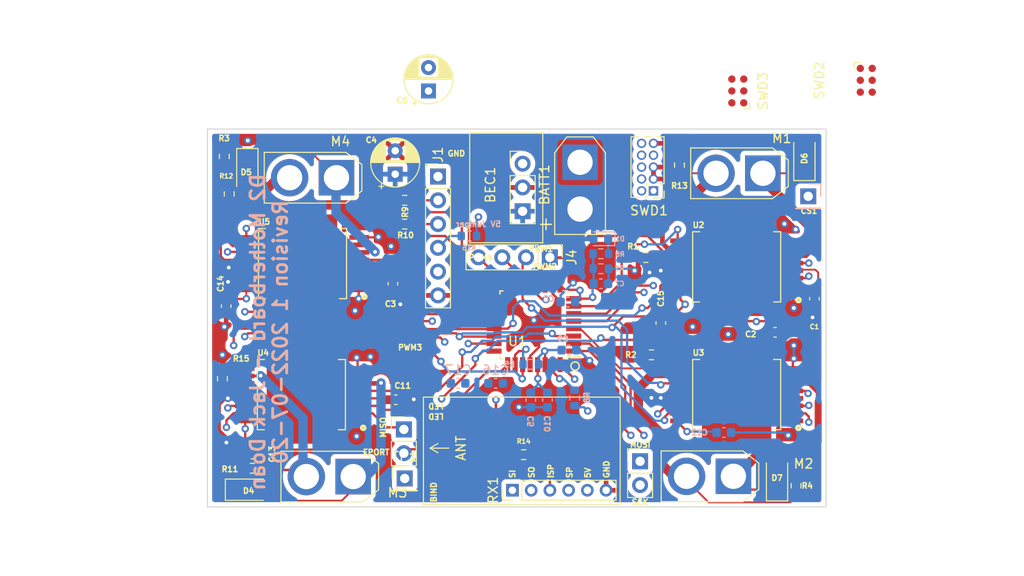
<source format=kicad_pcb>
(kicad_pcb (version 20211014) (generator pcbnew)
  (layers (0 "F.Cu" signal) (1 "In1.Cu" signal) (2 "In2.Cu" signal) (31 "B.Cu" signal) (34 "B.Paste" user) (35 "F.Paste" user) (36 "B.SilkS" user "B.Silkscreen") (37 "F.SilkS" user "F.Silkscreen") (38 "B.Mask" user) (39 "F.Mask" user) (44 "Edge.Cuts" user))
  (net 0 "")
  (net 1 "5V")
  (net 2 "BATT")
  (net 3 "GND")
  (net 5 "FTDI_RXI")
  (net 6 "FTDI_TXO")
  (net 7 "EN4")
  (net 8 "SWDIO")
  (net 9 "RX_FPORT_RX_SERCOM0")
  (net 10 "EN3")
  (net 11 "OUT1_P")
  (net 12 "OUT1_N")
  (net 13 "OUT2_P")
  (net 14 "OUT2_N")
  (net 15 "OUT3_P")
  (net 16 "OUT3_N")
  (net 17 "OUT4_P")
  (net 18 "OUT4_N")
  (net 19 "DIR1")
  (net 20 "DIR2")
  (net 21 "DIR3")
  (net 22 "DIR4")
  (net 23 "EN1")
  (net 24 "EN2")
  (net 25 "V_BATT_SENSE")
  (net 26 "RX_FPORT_TX")
  (net 27 "PWM1")
  (net 28 "PWM3")
  (net 29 "PWM4")
  (net 30 "CS4")
  (net 31 "MOSI")
  (net 32 "SCK")
  (net 33 "CS1")
  (net 34 "MISO")
  (net 35 "CS3")
  (net 36 "CS2")
  (net 37 "SWCLK")
  (net 38 "PWM2")
  (net 39 "RESET")
  (net 40 "Net-(D1-Pad1)")
  (net 42 "Net-(D4-Pad2)")
  (net 43 "Net-(D5-Pad2)")
  (net 44 "Net-(D6-Pad2)")
  (net 45 "Net-(D7-Pad2)")
  (net 52 "Net-(C10-Pad1)")
  (net 53 "FTDI_TXO_CONN")
  (net 54 "FTDI_RXI_CONN")
  (net 55 "Net-(J1-Pad4)")
  (net 56 "Net-(R14-Pad2)")
  (net 57 "/Channel1/ChargePump")
  (net 58 "/Channel2/ChargePump")
  (net 59 "/Channel4/ChargePump")
  (net 60 "/Channel3/ChargePump")
  (net 72 "/Channel1/RefCurrent")
  (net 73 "/Channel2/RefCurrent")
  (net 74 "/Channel4/RefCurrent")
  (net 75 "/Channel3/RefCurrent")
  (footprint "Connector_AMASS:AMASS_XT30U-F_1x02_P5.0mm_Vertical" (layer "F.Cu") (at 118.96 89.21 180)
    (fp_text reference "M3")
    (fp_text value "Screw_Terminal_01x02")
  )
  (footprint "PowerSO-16:IC_VND5T016ASPTR-E_wider_pads_scooted_0.05" (layer "F.Cu") (at 113.55 66.45 180)
    (fp_text reference "U5")
    (fp_text value "L9958")
  )
  (footprint "Resistor_SMD:R_0603_1608Metric" (layer "F.Cu") (at 108.2 88.32)
    (fp_text reference "R11")
    (fp_text value "1.6k 1%")
  )
  (footprint "Resistor_SMD:R_0603_1608Metric" (layer "F.Cu") (at 124.46 59.69)
    (fp_text reference "R9")
    (fp_text value "10k")
  )
  (footprint "Resistor_SMD:R_0603_1608Metric" (layer "F.Cu") (at 166.24 90.19 -90)
    (fp_text reference "R4")
    (fp_text value "1.6k 1%")
  )
  (footprint "Capacitor_SMD:C_0603_1608Metric" (layer "F.Cu") (at 164 73.8)
    (fp_text reference "C2")
    (fp_text value "0.1uF")
  )
  (footprint "Resistor_SMD:R_0603_1608Metric" (layer "F.Cu") (at 150.8 76.2 180)
    (fp_text reference "R2")
    (fp_text value "10k 1%")
  )
  (footprint "Resistor_SMD:R_0603_1608Metric" (layer "F.Cu") (at 150.2 65.8 180)
    (fp_text reference "R1")
    (fp_text value "10k 1%")
  )
  (footprint "Connector_PinHeader_2.54mm:PinHeader_1x06_P2.54mm_Vertical" (layer "F.Cu") (at 128.016 57.15)
    (fp_text reference "J1")
    (fp_text value "FTDI")
  )
  (footprint "Capacitor_SMD:C_0603_1608Metric" (layer "F.Cu") (at 105.4 71 -90)
    (fp_text reference "C14")
    (fp_text value "0.1uF")
  )
  (footprint "Resistor_SMD:R_0603_1608Metric" (layer "F.Cu") (at 153.79 55.93 -90)
    (fp_text reference "R13")
    (fp_text value "1.6k 1%")
  )
  (footprint "Resistor_SMD:R_0603_1608Metric" (layer "F.Cu") (at 105.72 59.01 -90)
    (fp_text reference "R12")
    (fp_text value "1.6k 1%")
  )
  (footprint "Connector_PinHeader_2.00mm:PinHeader_1x06_P2.00mm_Vertical" (layer "F.Cu") (at 135.96 90.67 90)
    (fp_text reference "RX1")
    (fp_text value "RX")
  )
  (footprint "Connector_PinHeader_1.27mm:PinHeader_2x05_P1.27mm_Vertical" (layer "F.Cu") (at 151.02 58.68 180)
    (fp_text reference "SWD1")
    (fp_text value "Conn_02x05_Odd_Even" hide)
  )
  (footprint "Capacitor_SMD:C_0603_1608Metric" (layer "F.Cu") (at 168.2 70.2 -90)
    (fp_text reference "C1")
    (fp_text value "0.1uF")
  )
  (footprint "Connector_AMASS:AMASS_XT30U-F_1x02_P5.0mm_Vertical" (layer "F.Cu") (at 159.55 89.18 180)
    (fp_text reference "M2")
    (fp_text value "Screw_Terminal_01x02" hide)
  )
  (footprint "LED_SMD:LED_1206_3216Metric_Pad1.42x1.75mm_HandSolder" (layer "F.Cu") (at 164.21 89.35 90)
    (fp_text reference "D7")
    (fp_text value "LED_Dual_Bidirectional")
  )
  (footprint "Resistor_SMD:R_0603_1608Metric" (layer "F.Cu") (at 105.2 55 90)
    (fp_text reference "R3")
    (fp_text value "10k 1%")
  )
  (footprint "Connector:Tag-Connect_TC2030-IDC-NL_2x03_P1.27mm_Vertical" (layer "F.Cu") (at 160.02 48.006 90)
    (fp_text reference "SWD3")
    (fp_text value "Conn_02x05_Odd_Even")
  )
  (footprint "Connector_PinHeader_2.54mm:PinHeader_1x03_P2.54mm_Vertical" (layer "F.Cu") (at 137.05 55.775)
    (fp_text reference "BEC1")
    (fp_text value "BEC")
  )
  (footprint "Capacitor_SMD:C_0603_1608Metric" (layer "F.Cu") (at 123.2 68.6 -90)
    (fp_text reference "C3")
    (fp_text value "0.1uF")
  )
  (footprint "Resistor_SMD:R_0603_1608Metric" (layer "F.Cu") (at 137.16 86.868)
    (fp_text reference "R14")
    (fp_text value "?k 1%")
  )
  (footprint "PowerSO-16:IC_VND5T016ASPTR-E_wider_pads_scooted_0.05" (layer "F.Cu") (at 113.43 80.45 180)
    (fp_text reference "U4")
    (fp_text value "L9958")
  )
  (footprint "LED_SMD:LED_1206_3216Metric_Pad1.42x1.75mm_HandSolder" (layer "F.Cu") (at 167.13 55.1175 90)
    (fp_text reference "D6")
    (fp_text value "LED_Dual_Bidirectional")
  )
  (footprint "Package_QFP:TQFP-32_7x7mm_P0.8mm" (layer "F.Cu") (at 138.25 73 180)
    (fp_text reference "U1")
    (fp_text value "PIC32CM6408MC00032-I/PT" hide)
  )
  (footprint "Connector_AMASS:AMASS_XT30U-M_1x02_P5.0mm_Vertical" (layer "F.Cu") (at 143.18 55.626 -90)
    (fp_text reference "BATT1")
    (fp_text value "Screw_Terminal_01x02" hide)
  )
  (footprint "Capacitor_THT:CP_Radial_D5.0mm_P2.50mm" (layer "F.Cu") (at 127 48.006 90)
    (fp_text reference "C6")
    (fp_text value "47uF")
  )
  (footprint "Connector_PinHeader_2.54mm:PinHeader_1x02_P2.54mm_Vertical" (layer "F.Cu") (at 149.59 87.575)
    (fp_text reference "J2" hide)
    (fp_text value "Conn_01x02_Male")
  )
  (footprint "LED_SMD:LED_1206_3216Metric_Pad1.42x1.75mm_HandSolder" (layer "F.Cu") (at 107.7725 90.61)
    (fp_text reference "D4")
    (fp_text value "LED_Dual_Bidirectional")
  )
  (footprint "Capacitor_SMD:C_0603_1608Metric" (layer "F.Cu") (at 123.5 81)
    (fp_text reference "C11")
    (fp_text value "0.1uF")
  )
  (footprint "Capacitor_SMD:C_0603_1608Metric" (layer "F.Cu") (at 108.2 86.8)
    (fp_text reference "C13")
    (fp_text value "0.1uF")
  )
  (footprint "Connector_AMASS:AMASS_XT30U-F_1x02_P5.0mm_Vertical" (layer "F.Cu") (at 162.7 56.8 180)
    (fp_text reference "M1")
    (fp_text value "Screw_Terminal_01x02" hide)
  )
  (footprint "Resistor_SMD:R_0603_1608Metric" (layer "F.Cu") (at 124.46 62.23)
    (fp_text reference "R10")
    (fp_text value "10k")
  )
  (footprint "Connector_AMASS:AMASS_XT30U-F_1x02_P5.0mm_Vertical" (layer "F.Cu") (at 117.175 57.275 180)
    (fp_text reference "M4")
    (fp_text value "Screw_Terminal_01x02")
  )
  (footprint "Connector_PinHeader_2.54mm:PinHeader_1x04_P2.54mm_Vertical" (layer "F.Cu") (at 139.954 65.786 -90)
    (fp_text reference "J4")
    (fp_text value "Conn_01x04_Male")
  )
  (footprint "LED_SMD:LED_1206_3216Metric_Pad1.42x1.75mm_HandSolder" (layer "F.Cu") (at 107.66 56.6125 -90)
    (fp_text reference "D5")
    (fp_text value "LED_Dual_Bidirectional")
  )
  (footprint "PowerSO-16:IC_VND5T016ASPTR-E_wider_pads_scooted_0.05" (layer "F.Cu") (at 159.9 80.45 180)
    (fp_text reference "U3")
    (fp_text value "L9958")
  )
  (footprint "Connector:Tag-Connect_TC2030-IDC-FP_2x03_P1.27mm_Vertical" (layer "F.Cu") (at 173.736 46.863 -90)
    (fp_text reference "SWD2")
    (fp_text value "Conn_02x05_Odd_Even")
  )
  (footprint "Capacitor_SMD:C_0603_1608Metric" (layer "F.Cu") (at 151.8 72.8 -90)
    (fp_text reference "C15")
    (fp_text value "0.1uF")
  )
  (footprint "Connector_PinHeader_2.54mm:PinHeader_1x01_P2.54mm_Vertical" (layer "F.Cu") (at 124.46 89.408)
    (fp_text reference "TP1")
    (fp_text value "TestPoint")
  )
  (footprint "Capacitor_THT:CP_Radial_D5.0mm_P2.50mm" (layer "F.Cu") (at 123.444 56.896 90)
    (fp_text reference "C4")
    (fp_text value "220uF" hide)
  )
  (footprint "Connector_PinHeader_2.54mm:PinHeader_1x02_P2.54mm_Vertical" (layer "F.Cu") (at 124.37 84.17)
    (fp_text reference "J3" hide)
    (fp_text value "Conn_01x02_Male")
  )
  (footprint "PowerSO-16:IC_VND5T016ASPTR-E_wider_pads_scooted_0.05" (layer "F.Cu") (at 159.9 66.8 180)
    (fp_text reference "U2")
    (fp_text value "L9958")
  )
  (footprint "Resistor_SMD:R_0603_1608Metric" (layer "F.Cu") (at 105 78.75 90)
    (fp_text reference "R15")
    (fp_text value "10k 1%")
  )
  (footprint "Resistor_SMD:R_0603_1608Metric" (layer "B.Cu") (at 145.4 65.4 180)
    (fp_text reference "R6")
    (fp_text value "10k 1%" hide)
  )
  (footprint "Resistor_SMD:R_0603_1608Metric" (layer "B.Cu") (at 142.6 80.8 90)
    (fp_text reference "R8")
    (fp_text value "1k 1%")
  )
  (footprint "Resistor_SMD:R_0603_1608Metric" (layer "B.Cu") (at 137.922 77.216)
    (fp_text reference "R5")
    (fp_text value "10k 1%")
  )
  (footprint "Capacitor_SMD:C_0603_1608Metric" (layer "B.Cu") (at 145.4 68.6)
    (fp_text reference "C7")
    (fp_text value "0.1uF")
  )
  (footprint "Capacitor_SMD:C_0603_1608Metric" (layer "B.Cu") (at 141.88 70.55 180)
    (fp_text reference "C8")
    (fp_text value "0.1uF")
  )
  (footprint "Capacitor_SMD:C_0603_1608Metric" (layer "B.Cu") (at 139.7 81.026 -90)
    (fp_text reference "C10")
    (fp_text value "1.0uF")
  )
  (footprint "Capacitor_SMD:C_0603_1608Metric" (layer "B.Cu") (at 141.986 75.692)
    (fp_text reference "C9")
    (fp_text value "1uF")
  )
  (footprint "Capacitor_SMD:C_0603_1608Metric" (layer "B.Cu") (at 134.169048 79.248 180)
    (fp_text reference "C16")
    (fp_text value "1uF")
  )
  (footprint "Capacitor_SMD:C_0603_1608Metric" (layer "B.Cu") (at 130.159048 79.248 180)
    (fp_text reference "C17")
    (fp_text value "0.1uF")
  )
  (footprint "Capacitor_SMD:C_0603_1608Metric" (layer "B.Cu") (at 137.922 81.026 -90)
    (fp_text reference "C5")
    (fp_text value "0.1uF")
  )
  (footprint "Connector_PinHeader_2.54mm:PinHeader_1x01_P2.54mm_Vertical" (layer "B.Cu") (at 167.54 59.26 180)
    (fp_text reference "TP5" hide)
    (fp_text value "TestPoint")
  )
  (footprint "Resistor_SMD:R_0603_1608Metric" (layer "B.Cu") (at 131.318 63.5 180)
    (fp_text reference "R16")
    (fp_text value "0")
  )
  (footprint "Capacitor_SMD:C_0603_1608Metric" (layer "B.Cu") (at 158.53 84.5)
    (fp_text reference "C12")
    (fp_text value "0.1uF")
  )
  (footprint "Diode_SMD:D_0603_1608Metric" (layer "B.Cu") (at 145.4 63.8 180)
    (fp_text reference "D1")
    (fp_text value "D")
  )
  (footprint "Resistor_SMD:R_0603_1608Metric" (layer "B.Cu") (at 145.4 67)
    (fp_text reference "R7")
    (fp_text value "10k 1%" hide)
  )
  (gr_circle (center 142.647213 77.4) (end 142.247213 77.6) (layer "F.SilkS") (width 0.15) (fill none))
  (gr_rect (start 103.392 52.075) (end 169.45 92.45) (layer "Edge.Cuts") (width 0.1) (fill none))
  (gr_text "5V Jumper" (at 132.334 62.23) (layer "B.SilkS") (effects (font (size 0.6 0.6)) (justify mirror)))
  (gr_text "D2 Motherboard - Jack Doan\nRevision 1 2022-07-20" (at 109.975 73.775 90) (layer "B.SilkS") (effects (font (size 1.5 1.5) (thickness 0.3)) (justify mirror)))
  (gr_text "MOSI" (at 149.6 85.8) (layer "F.SilkS") (effects (font (size 0.6 0.6))))
  (gr_text "MISO" (at 122.17 83.95 90) (layer "F.SilkS") (effects (font (size 0.6 0.6))))
  (gr_text "PWM2" (at 139.43 66.77) (layer "F.SilkS") (effects (font (size 0.6 0.6))))
  (gr_text "GND" (at 129.98 54.69) (layer "F.SilkS") (effects (font (size 0.6 0.6))))
  (gr_text "CS1" (at 167.62 60.82) (layer "F.SilkS") (effects (font (size 0.6 0.6))))
  (gr_text "SCK" (at 149.59 91.95) (layer "F.SilkS") (effects (font (size 0.6 0.6))))
  (gr_text "PWM4" (at 132.57 65.81) (layer "F.SilkS") (effects (font (size 0.6 0.6))))
  (gr_text "PWM1" (at 139.01 64.88) (layer "F.SilkS") (effects (font (size 0.6 0.6))))
  (gr_text "PWM3" (at 125.04 75.41) (layer "F.SilkS") (effects (font (size 0.6 0.6))))
  (gr_text "FPORT" (at 121.412 86.614) (layer "F.SilkS") (effects (font (size 0.6 0.6))))
  (segment (start 105.4 70.225) (end 107.525 70.225) (width 0.25) (layer "F.Cu") (net 1))
  (segment (start 107.43 84.1005) (end 107.43 86.795) (width 0.25) (layer "F.Cu") (net 1))
  (segment (start 139.45 77.25) (end 139.45 75.85) (width 0.25) (layer "F.Cu") (net 1))
  (segment (start 153.9 83.25) (end 153.9 83.7) (width 0.25) (layer "F.Cu") (net 1))
  (segment (start 141.55 69.25) (end 143.12 69.25) (width 0.25) (layer "F.Cu") (net 1))
  (segment (start 153.9 83.7) (end 154.6 84.4) (width 0.25) (layer "F.Cu") (net 1))
  (segment (start 143.12 69.25) (end 143.17 69.3) (width 0.25) (layer "F.Cu") (net 1))
  (segment (start 139.45 75.85) (end 139.4 75.8) (width 0.25) (layer "F.Cu") (net 1))
  (segment (start 151.8 72.025) (end 153.175 72.025) (width 0.25) (layer "F.Cu") (net 1))
  (segment (start 107.55 69.25) (end 107.55 70.2) (width 0.2) (layer "F.Cu") (net 1))
  (segment (start 141.05 68.75) (end 141.55 69.25) (width 0.25) (layer "F.Cu") (net 1))
  (segment (start 153.9 69.6) (end 153.9 70.3) (width 0.25) (layer "F.Cu") (net 1))
  (segment (start 153.9 70.3) (end 154.4 70.8) (width 0.25) (layer "F.Cu") (net 1))
  (segment (start 153.175 72.025) (end 154.4 70.8) (width 0.25) (layer "F.Cu") (net 1))
  (segment (start 107.43 83.25) (end 107.43 84.1005) (width 0.25) (layer "F.Cu") (net 1))
  (segment (start 107.525 70.225) (end 107.55 70.2) (width 0.25) (layer "F.Cu") (net 1))
  (via (at 154.6 84.4) (size 0.8) (drill 0.4) (layers "F.Cu" "B.Cu") (net 1))
  (via (at 107.55 70.2) (size 0.8) (drill 0.4) (layers "F.Cu" "B.Cu") (net 1))
  (via (at 154.4 70.8) (size 0.8) (drill 0.4) (layers "F.Cu" "B.Cu") (net 1))
  (via (at 139.4 75.8) (size 0.8) (drill 0.4) (layers "F.Cu" "B.Cu") (net 1))
  (via (at 144 82.2) (size 0.8) (drill 0.4) (layers "F.Cu" "B.Cu") (net 1))
  (via (at 132.334 61.468) (size 0.8) (drill 0.4) (layers "F.Cu" "B.Cu") (net 1))
  (via (at 143.17 69.3) (size 0.8) (drill 0.4) (layers "F.Cu" "B.Cu") (net 1))
  (via (at 107.43 84.1005) (size 0.8) (drill 0.4) (layers "F.Cu" "B.Cu") (net 1))
  (segment (start 144 82.19) (end 144 82.2) (width 0.25) (layer "B.Cu") (net 1))
  (segment (start 143.17 69.3) (end 143.17 70.035) (width 0.25) (layer "B.Cu") (net 1))
  (segment (start 138.747 77.216) (end 138.747 76.453) (width 0.25) (layer "B.Cu") (net 1))
  (segment (start 143.61 81.8) (end 144 82.19) (width 0.25) (layer "B.Cu") (net 1))
  (segment (start 154.6 84.4) (end 157.655 84.4) (width 0.25) (layer "B.Cu") (net 1))
  (segment (start 138.747 76.453) (end 139.4 75.8) (width 0.25) (layer "B.Cu") (net 1))
  (segment (start 132.143 63.5) (end 132.143 61.659) (width 0.25) (layer "B.Cu") (net 1))
  (segment (start 132.143 61.659) (end 132.334 61.468) (width 0.25) (layer "B.Cu") (net 1))
  (segment (start 143.61 81.8) (end 142.585 81.8) (width 0.25) (layer "B.Cu") (net 1))
  (segment (start 139.508 75.692) (end 139.4 75.8) (width 0.25) (layer "B.Cu") (net 1))
  (segment (start 143.17 70.035) (end 142.655 70.55) (width 0.25) (layer "B.Cu") (net 1))
  (segment (start 141.211 75.692) (end 139.508 75.692) (width 0.25) (layer "B.Cu") (net 1))
  (segment (start 164.775 73.8) (end 166.4 73.8) (width 0.25) (layer "F.Cu") (net 2))
  (segment (start 153.9 80.85) (end 150.85 80.85) (width 0.5) (layer "F.Cu") (net 2))
  (segment (start 153.9 67.2) (end 151.8 67.2) (width 0.5) (layer "F.Cu") (net 2))
  (segment (start 104.58 81.469767) (end 105.199767 80.85) (width 0.5) (layer "F.Cu") (net 2))
  (segment (start 105.425 85.147082) (end 104.58 84.302082) (width 0.5) (layer "F.Cu") (net 2))
  (segment (start 105.675 66.875) (end 107.525 66.875) (width 0.5) (layer "F.Cu") (net 2))
  (segment (start 151.8 80.8) (end 151.6 80.8) (width 0.5) (layer "F.Cu") (net 2))
  (segment (start 150.8 80.8) (end 151.8 80.8) (width 0.25) (layer "F.Cu") (net 2))
  (segment (start 166.4 73.8) (end 168 72.2) (width 0.25) (layer "F.Cu") (net 2))
  (segment (start 153.9 80.85) (end 151.85 80.85) (width 0.5) (layer "F.Cu") (net 2))
  (segment (start 123.2 70) (end 124 70.8) (width 0.25) (layer "F.Cu") (net 2))
  (segment (start 107.525 66.875) (end 107.55 66.85) (width 0.5) (layer "F.Cu") (net 2))
  (segment (start 105.575 80.85) (end 105.225 80.85) (width 0.5) (layer "F.Cu") (net 2))
  (segment (start 150.85 80.85) (end 150.8 80.8) (width 0.5) (layer "F.Cu") (net 2))
  (segment (start 168.2 72) (end 168 72.2) (width 0.2) (layer "F.Cu") (net 2))
  (segment (start 105.199767 80.85) (end 107.43 80.85) (width 0.5) (layer "F.Cu") (net 2))
  (segment (start 168.2 70.975) (end 168.2 72) (width 0.2) (layer "F.Cu") (net 2))
  (segment (start 151.8 67.2) (end 150.8 67.2) (width 0.5) (layer "F.Cu") (net 2))
  (segment (start 123.2 69.375) (end 123.2 70) (width 0.25) (layer "F.Cu") (net 2))
  (segment (start 105.675 66.875) (end 105.675 68.325) (width 0.5) (layer "F.Cu") (net 2))
  (segment (start 105.425 85.575) (end 105.425 85.147082) (width 0.5) (layer "F.Cu") (net 2))
  (segment (start 124.205 80.95) (end 125.43 80.95) (width 0.25) (layer "F.Cu") (net 2))
  (segment (start 151.85 80.85) (end 151.8 80.8) (width 0.5) (layer "F.Cu") (net 2))
  (segment (start 107.43 80.85) (end 105.575 80.85) (width 0.5) (layer "F.Cu") (net 2))
  (segment (start 105.675 68.325) (end 105.6 68.4) (width 0.5) (layer "F.Cu") (net 2))
  (segment (start 150.8 67.2) (end 150.6 67.4) (width 0.5) (layer "F.Cu") (net 2))
  (segment (start 104.58 84.302082) (end 104.58 81.469767) (width 0.5) (layer "F.Cu") (net 2))
  (via (at 105.6 68.4) (size 0.8) (drill 0.4) (layers "F.Cu" "B.Cu") (net 2))
  (via (at 150.6 67.4) (size 0.8) (drill 0.4) (layers "F.Cu" "B.Cu") (net 2))
  (via (at 151.8 67.2) (size 0.8) (drill 0.4) (layers "F.Cu" "B.Cu") (net 2))
  (via (at 125.43 80.95) (size 0.8) (drill 0.4) (layers "F.Cu" "B.Cu") (net 2))
  (via (at 105.425 85.575) (size 0.8) (drill 0.4) (layers "F.Cu" "B.Cu") (net 2))
  (via (at 151.8 80.8) (size 0.8) (drill 0.4) (layers "F.Cu" "B.Cu") (net 2))
  (via (at 105.575 80.85) (size 0.8) (drill 0.4) (layers "F.Cu" "B.Cu") (net 2))
  (via (at 105.675 66.875) (size 0.8) (drill 0.4) (layers "F.Cu" "B.Cu") (net 2))
  (via (at 124 70.8) (size 0.8) (drill 0.4) (layers "F.Cu" "B.Cu") (net 2))
  (via (at 150.8 80.8) (size 0.8) (drill 0.4) (layers "F.Cu" "B.Cu") (net 2))
  (via (at 168 72.2) (size 0.8) (drill 0.4) (layers "F.Cu" "B.Cu") (net 2))
  (segment (start 121.65 63.6) (end 122 63.6) (width 0.25) (layer "F.Cu") (net 3))
  (segment (start 119.93 77.65) (end 119.93 78.45) (width 0.25) (layer "F.Cu") (net 3))
  (segment (start 137.85 76.325) (end 137.85 77.25) (width 0.25) (layer "F.Cu") (net 3))
  (segment (start 140.25 69.675) (end 140.82 70.245) (width 0.25) (layer "F.Cu") (net 3))
  (segment (start 119.55 70.2) (end 119.55 71.1) (width 0.25) (layer "F.Cu") (net 3))
  (segment (start 165.9 64) (end 165.9 64.8) (width 0.25) (layer "F.Cu") (net 3))
  (segment (start 165.9 77.65) (end 165.9 78.45) (width 0.25) (layer "F.Cu") (net 3))
  (segment (start 165.9 69.6) (end 165.9 71.1) (width 0.25) (layer "F.Cu") (net 3))
  (segment (start 105.2 77.725) (end 105.2 73.2) (width 0.25) (layer "F.Cu") (net 3))
  (segment (start 165.9 83.25) (end 165.9 84.3) (width 0.25) (layer "F.Cu") (net 3))
  (segment (start 116.35 69.25) (end 119.55 69.25) (width 0.25) (layer "F.Cu") (net 3))
  (segment (start 165.9 84.3) (end 165.4 84.8) (width 0.25) (layer "F.Cu") (net 3))
  (segment (start 149.975 76.2) (end 150.4 76.2) (width 0.25) (layer "F.Cu") (net 3))
  (segment (start 165.9 64) (end 162.7 64) (width 0.25) (layer "F.Cu") (net 3))
  (segment (start 138.8 75.375) (end 137.85 76.325) (width 0.25) (layer "F.Cu") (net 3))
  (segment (start 138.8 73.2) (end 138.8 75.375) (width 0.25) (layer "F.Cu") (net 3))
  (segment (start 165.9 71.1) (end 166 71.2) (width 0.25) (layer "F.Cu") (net 3))
  (segment (start 142.44 68.12) (end 142.44 68.5) (width 0.25) (layer "F.Cu") (net 3))
  (segment (start 122 63.6) (end 123 64.6) (width 0.25) (layer "F.Cu") (net 3))
  (segment (start 165.9 76.7) (end 166 76.6) (width 0.25) (layer "F.Cu") (net 3))
  (segment (start 119.43 83.25) (end 119.43 84.8) (width 0.25) (layer "F.Cu") (net 3))
  (segment (start 165.9 77.65) (end 165.9 76.7) (width 0.25) (layer "F.Cu") (net 3))
  (segment (start 160.4 66.8) (end 165 62.2) (width 0.25) (layer "F.Cu") (net 3))
  (segment (start 140.82 71.18) (end 138.875 73.125) (width 0.25) (layer "F.Cu") (net 3))
  (segment (start 138.875 73.125) (end 138.25 72.5) (width 0.25) (layer "F.Cu") (net 3))
  (segment (start 105.4 73) (end 105.2 73.2) (width 0.25) (layer "F.Cu") (net 3))
  (segment (start 119.93 77.65) (end 116.73 77.65) (width 0.25) (layer "F.Cu") (net 3))
  (segment (start 121.6 63.65) (end 121.65 63.6) (width 0.25) (layer "F.Cu") (net 3))
  (segment (start 151.4 75.2) (end 154.65 75.2) (width 0.25) (layer "F.Cu") (net 3))
  (segment (start 119.55 69.25) (end 119.55 70.2) (width 0.25) (layer "F.Cu") (net 3))
  (segment (start 119.55 71.1) (end 119.16 71.49) (width 0.25) (layer "F.Cu") (net 3))
  (segment (start 154.825 73.575) (end 155.2 73.2) (width 0.25) (layer "F.Cu") (net 3))
  (segment (start 119.43 84.8) (end 119.33 84.9) (width 0.25) (layer "F.Cu") (net 3))
  (segment (start 140.25 68.75) (end 140.25 69.675) (width 0.25) (layer "F.Cu") (net 3))
  (segment (start 120.7 76.5) (end 120.8 76.4) (width 0.25) (layer "F.Cu") (net 3))
  (segment (start 140.82 70.245) (end 140.82 71.18) (width 0.25) (layer "F.Cu") (net 3))
  (segment (start 119.33 76.5) (end 120.7 76.5) (width 0.25) (layer "F.Cu") (net 3))
  (segment (start 105.4 71.775) (end 105.4 73) (width 0.25) (layer "F.Cu") (net 3))
  (segment (start 119.93 83.25) (end 116.73 83.25) (width 0.25) (layer "F.Cu") (net 3))
  (segment (start 153.125 73.575) (end 159.9 66.8) (width 0.25) (layer "F.Cu") (net 3))
  (segment (start 108.975 84.905) (end 113.43 80.45) (width 0.25) (layer "F.Cu") (net 3))
  (segment (start 149.375 66.825) (end 149 67.2) (width 0.25) (layer "F.Cu") (net 3))
  (segment (start 119.43 76.6) (end 119.33 76.5) (width 0.25) (layer "F.Cu") (net 3))
  (segment (start 138.875 73.125) (end 138.8 73.2) (width 0.25) (layer "F.Cu") (net 3))
  (segment (start 149.375 65.8) (end 149.375 66.825) (width 0.25) (layer "F.Cu") (net 3))
  (segment (start 165.6 62.2) (end 166.2 62.8) (width 0.25) (layer "F.Cu") (net 3))
  (segment (start 119.55 63.65) (end 121.6 63.65) (width 0.25) (layer "F.Cu") (net 3))
  (segment (start 154.65 75.2) (end 159.9 80.45) (width 0.25) (layer "F.Cu") (net 3))
  (segment (start 165.9 83.25) (end 162.7 83.25) (width 0.25) (layer "F.Cu") (net 3))
  (segment (start 150.4 76.2) (end 151.4 75.2) (width 0.25) (layer "F.Cu") (net 3))
  (segment (start 105 77.925) (end 105 76.2) (width 0.25) (layer "F.Cu") (net 3))
  (segment (start 108.975 86.8) (end 108.975 84.905) (width 0.25) (layer "F.Cu") (net 3))
  (segment (start 117.38 76.5) (end 113.43 80.45) (width 0.25) (layer "F.Cu") (net 3))
  (segment (start 151.8 73.575) (end 154.825 73.575) (width 0.25) (layer "F.Cu") (net 3))
  (segment (start 151.8 73.575) (end 153.125 73.575) (width 0.25) (layer "F.Cu") (net 3))
  (segment (start 119.33 76.5) (end 117.38 76.5) (width 0.25) (layer "F.Cu") (net 3))
  (segment (start 119.43 77.65) (end 119.43 76.6) (width 0.25) (layer "F.Cu") (net 3))
  (segment (start 119.55 63.65) (end 119.55 64.45) (width 0.25) (layer "F.Cu") (net 3))
  (segment (start 119.55 64.45) (end 115.55 64.45) (width 0.25) (layer "F.Cu") (net 3))
  (segment (start 165 62.2) (end 165.6 62.2) (width 0.25) (layer "F.Cu") (net 3))
  (via (at 105 76.2) (size 0.8) (drill 0.4) (layers "F.Cu" "B.Cu") (net 3))
  (via (at 155.2 73.2) (size 0.8) (drill 0.4) (layers "F.Cu" "B.Cu") (net 3))
  (via (at 119.16 71.49) (size 0.8) (drill 0.4) (layers "F.Cu" "B.Cu") (net 3))
  (via (at 136.652 81.788) (size 0.8) (drill 0.4) (layers "F.Cu" "B.Cu") (net 3))
  (via (at 159 74) (size 0.8) (drill 0.4) (layers "F.Cu" "B.Cu") (net 3))
  (via (at 165.4 84.8) (size 0.8) (drill 0.4) (layers "F.Cu" "B.Cu") (net 3))
  (via (at 166 71.2) (size 0.8) (drill 0.4) (layers "F.Cu" "B.Cu") (net 3))
  (via (at 166 75.2) (size 0.8) (drill 0.4) (layers "F.Cu" "B.Cu") (net 3))
  (via (at 149 67.2) (size 0.8) (drill 0.4) (layers "F.Cu" "B.Cu") (net 3))
  (via (at 105.2 73.2) (size 0.8) (drill 0.4) (layers "F.Cu" "B.Cu") (net 3))
  (via (at 120.8 76.4) (size 0.8) (drill 0.4) (layers "F.Cu" "B.Cu") (net 3))
  (via (at 165 62.2) (size 0.8) (drill 0.4) (layers "F.Cu" "B.Cu") (net 3))
  (via (at 119.55 70.2) (size 0.8) (drill 0.4) (layers "F.Cu" "B.Cu") (net 3))
  (via (at 119.33 84.9) (size 0.8) (drill 0.4) (layers "F.Cu" "B.Cu") (net 3))
  (via (at 142.44 68.5) (size 0.8) (drill 0.4) (layers "F.Cu" "B.Cu") (net 3))
  (via (at 138.25 72.5) (size 0.8) (drill 0.4) (layers "F.Cu" "B.Cu") (net 3))
  (via (at 123 64.6) (size 0.8) (drill 0.4) (layers "F.Cu" "B.Cu") (net 3))
  (via (at 166.2 62.8) (size 0.8) (drill 0.4) (layers "F.Cu" "B.Cu") (net 3))
  (via (at 107.71 53.3) (size 0.8) (drill 0.4) (layers "F.Cu" "B.Cu") (net 3))
  (via (at 119.33 76.5) (size 0.8) (drill 0.4) (layers "F.Cu" "B.Cu") (net 3))
  (via (at 144.197355 76.821953) (size 0.8) (drill 0.4) (layers "F.Cu" "B.Cu") (net 3))
  (via (at 121.65 63.6) (size 0.8) (drill 0.4) (layers "F.Cu" "B.Cu") (net 3))
  (via (at 166 76.6) (size 0.8) (drill 0.4) (layers "F.Cu" "B.Cu") (net 3))
  (segment (start 146.225 67) (end 148.8 67) (width 0.25) (layer "B.Cu") (net 3))
  (segment (start 146.225 67) (end 146.225 68.55) (width 0.25) (layer "B.Cu") (net 3))
  (segment (start 143.067402 75.692) (end 144.197355 76.821953) (width 0.25) (layer "B.Cu") (net 3))
  (segment (start 141.105 69.835) (end 142.44 68.5) (width 0.25) (layer "B.Cu") (net 3))
  (segment (start 141.105 70.55) (end 141.105 69.835) (width 0.25) (layer "B.Cu") (net 3))
  (segment (start 142.761 75.692) (end 143.067402 75.692) (width 0.25) (layer "B.Cu") (net 3))
  (segment (start 166 76.6) (end 166 75.2) (width 0.25) (layer "B.Cu") (net 3))
  (segment (start 137.922 81.801) (end 139.7 81.801) (width 0.25) (layer "B.Cu") (net 3))
  (segment (start 137.909 81.788) (end 137.922 81.801) (width 0.25) (layer "B.Cu") (net 3))
  (segment (start 148.8 67) (end 149 67.2) (width 0.25) (layer "B.Cu") (net 3))
  (segment (start 165.1 84.5) (end 165.4 84.8) (width 0.25) (layer "B.Cu") (net 3))
  (segment (start 159.305 84.5) (end 165.1 84.5) (width 0.25) (layer "B.Cu") (net 3))
  (segment (start 136.652 81.788) (end 137.909 81.788) (width 0.25) (layer "B.Cu") (net 3))
  (segment (start 133.15 70.2) (end 130.556 67.606) (width 0.25) (layer "F.Cu") (net 5))
  (segment (start 134 70.2) (end 133.15 70.2) (width 0.25) (layer "F.Cu") (net 5))
  (segment (start 130.556 67.606) (end 130.556 61.214) (width 0.25) (layer "F.Cu") (net 5))
  (segment (start 130.556 61.214) (end 130.302 60.96) (width 0.25) (layer "F.Cu") (net 5))
  (segment (start 130.302 60.96) (end 124.905 60.96) (width 0.25) (layer "F.Cu") (net 5))
  (segment (start 124.905 60.96) (end 123.635 59.69) (width 0.25) (layer "F.Cu") (net 5))
  (segment (start 123.635 62.23) (end 124.905 63.5) (width 0.25) (layer "F.Cu") (net 6))
  (segment (start 132.892 71) (end 134 71) (width 0.25) (layer "F.Cu") (net 6))
  (segment (start 130.048 68.156) (end 132.892 71) (width 0.25) (layer "F.Cu") (net 6))
  (segment (start 128.778 63.5) (end 130.048 64.77) (width 0.25) (layer "F.Cu") (net 6))
  (segment (start 124.905 63.5) (end 128.778 63.5) (width 0.25) (layer "F.Cu") (net 6))
  (segment (start 130.048 64.77) (end 130.048 68.156) (width 0.25) (layer "F.Cu") (net 6))
  (segment (start 107.55 62.7) (end 107.55 63.65) (width 0.25) (layer "F.Cu") (net 7))
  (segment (start 134 75) (end 131.5 75) (width 0.25) (layer "F.Cu") (net 7))
  (segment (start 131.5 75) (end 131.4 75.1) (width 0.25) (layer "F.Cu") (net 7))
  (via (at 131.25 75) (size 0.8) (drill 0.4) (layers "F.Cu" "B.Cu") (net 7))
  (via (at 107.55 62.7) (size 0.8) (drill 0.4) (layers "F.Cu" "B.Cu") (net 7))
  (segment (start 141.05 77.25) (end 142.6 78.8) (width 0.25) (layer "F.Cu") (net 8))
  (via (at 142.6 78.8) (size 0.8) (drill 0.4) (layers "F.Cu" "B.Cu") (net 8))
  (segment (start 138.65 68.75) (end 138.65 69.8) (width 0.25) (layer "F.Cu") (net 9))
  (segment (start 136.335 86.868) (end 134.2 84.733) (width 0.25) (layer "F.Cu") (net 9))
  (segment (start 134.2 84.733) (end 134.2 81) (width 0.25) (layer "F.Cu") (net 9))
  (segment (start 139.14 70.29) (end 139.53 70.29) (width 0.25) (layer "F.Cu") (net 9))
  (segment (start 124.63 86.29) (end 130.71 86.29) (width 0.25) (layer "F.Cu") (net 9))
  (segment (start 134.2 81) (end 134.2 82.8) (width 0.25) (layer "F.Cu") (net 9))
  (segment (start 138.65 69.8) (end 139.14 70.29) (width 0.25) (layer "F.Cu") (net 9))
  (segment (start 130.71 86.29) (end 134.2 82.8) (width 0.25) (layer "F.Cu") (net 9))
  (via (at 139.53 70.29) (size 0.8) (drill 0.4) (layers "F.Cu" "B.Cu") (net 9))
  (via (at 134.2 81) (size 0.8) (drill 0.4) (layers "F.Cu" "B.Cu") (net 9))
  (segment (start 107.43 76.85) (end 109.405 74.875) (width 0.25) (layer "F.Cu") (net 10))
  (segment (start 137.05 77.25) (end 137.05 78.7) (width 0.25) (layer "F.Cu") (net 10))
  (segment (start 107.43 77.65) (end 107.43 76.85) (width 0.25) (layer "F.Cu") (net 10))
  (segment (start 137.05 78.7) (end 137 78.75) (width 0.25) (layer "F.Cu") (net 10))
  (segment (start 126.305 74.875) (end 128.33 76.9) (width 0.25) (layer "F.Cu") (net 10))
  (segment (start 109.405 74.875) (end 126.305 74.875) (width 0.25) (layer "F.Cu") (net 10))
  (via (at 128.33 76.9) (size 0.8) (drill 0.4) (layers "F.Cu" "B.Cu") (net 10))
  (via (at 137 78.75) (size 0.8) (drill 0.4) (layers "F.Cu" "B.Cu") (net 10))
  (segment (start 129.178 77.978) (end 136.228 77.978) (width 0.25) (layer "B.Cu") (net 10))
  (segment (start 128.33 76.9) (end 128.33 77.13) (width 0.25) (layer "B.Cu") (net 10))
  (segment (start 128.33 77.13) (end 129.178 77.978) (width 0.25) (layer "B.Cu") (net 10))
  (segment (start 136.228 77.978) (end 137 78.75) (width 0.25) (layer "B.Cu") (net 10))
  (segment (start 167.3 65.6) (end 165.9 65.6) (width 0.5) (layer "F.Cu") (net 11))
  (segment (start 167.6 62.4) (end 167.6 65.3) (width 0.5) (layer "F.Cu") (net 11))
  (segment (start 167.6 65.3) (end 167.3 65.6) (width 0.5) (layer "F.Cu") (net 11))
  (segment (start 163.4875 58.2875) (end 167.6 62.4) (width 1) (layer "F.Cu") (net 11))
  (segment (start 162.7 56.8) (end 166.935 56.8) (width 0.2) (layer "F.Cu") (net 11))
  (segment (start 151.975 62.525) (end 157.7 56.8) (width 1) (layer "F.Cu") (net 12))
  (segment (start 153.9 64.8) (end 152.5 64.8) (width 0.5) (layer "F.Cu") (net 12))
  (segment (start 152.5 64.8) (end 151.975 64.275) (width 0.5) (layer "F.Cu") (net 12))
  (segment (start 153.835 56.8) (end 157.7 56.8) (width 0.2) (layer "F.Cu") (net 12))
  (segment (start 151.975 64.275) (end 151.975 62.525) (width 0.5) (layer "F.Cu") (net 12))
  (segment (start 159.6 90.6) (end 163.5325 90.6) (width 0.25) (layer "F.Cu") (net 13))
  (segment (start 167.55 86.45) (end 168.4 85.6) (width 1) (layer "F.Cu") (net 13))
  (segment (start 168.4 85.6) (end 168.6 85.4) (width 0.75) (layer "F.Cu") (net 13))
  (segment (start 165.9 79.25) (end 167.650706 79.25) (width 0.5) (layer "F.Cu") (net 13))
  (segment (start 168.6 85.4) (end 168.6 81.2) (width 0.75) (layer "F.Cu") (net 13))
  (segment (start 168.6 80.199294) (end 168.6 81) (width 0.5) (layer "F.Cu") (net 13))
  (segment (start 167.650706 79.25) (end 168.6 80.199294) (width 0.5) (layer "F.Cu") (net 13))
  (segment (start 162.55 86.45) (end 167.55 86.45) (width 1) (layer "F.Cu") (net 13))
  (segment (start 159.6 89.4) (end 162.55 86.45) (width 1) (layer "F.Cu") (net 13))
  (segment (start 166.24 91.36) (end 166.24 91.015) (width 0.2) (layer "F.Cu") (net 14))
  (segment (start 150.6 78.6) (end 149.4 79.8) (width 1) (layer "F.Cu") (net 14))
  (segment (start 165.64 91.96) (end 166.24 91.36) (width 0.2) (layer "F.Cu") (net 14))
  (segment (start 154.58 89.64) (end 156.9 91.96) (width 0.2) (layer "F.Cu") (net 14))
  (segment (start 149.4 79.8) (end 149.4 82.2) (width 1) (layer "F.Cu") (net 14))
  (segment (start 153.9 78.45) (end 150.75 78.45) (width 0.5) (layer "F.Cu") (net 14))
  (segment (start 156.9 91.96) (end 165.64 91.96) (width 0.2) (layer "F.Cu") (net 14))
  (segment (start 152 84.8) (end 152 88) (width 1) (layer "F.Cu") (net 14))
  (segment (start 152 88) (end 154.6 90.6) (width 1) (layer "F.Cu") (net 14))
  (segment (start 149.4 82.2) (end 152 84.8) (width 1) (layer "F.Cu") (net 14))
  (segment (start 150.75 78.45) (end 150.6 78.6) (width 0.25) (layer "F.Cu") (net 14))
  (segment (start 106.2875 91.075) (end 106.9725 91.76) (width 0.2) (layer "F.Cu") (net 15))
  (segment (start 117.74 91.785) (end 118.975 90.55) (width 0.2) (layer "F.Cu") (net 15))
  (segment (start 106.9725 91.76) (end 108.544683 91.76) (width 0.2) (layer "F.Cu") (net 15))
  (segment (start 121.88 79.25) (end 121.93 79.2) (width 0.2) (layer "F.Cu") (net 15))
  (segment (start 108.544683 91.76) (end 108.569683 91.785) (width 0.2) (layer "F.Cu") (net 15))
  (segment (start 108.569683 91.785) (end 117.74 91.785) (width 0.2) (layer "F.Cu") (net 15))
  (segment (start 119.93 79.25) (end 121.88 79.25) (width 0.5) (layer "F.Cu") (net 15))
  (via (at 121.93 79.2) (size 0.8) (drill 0.4) (layers "F.Cu" "B.Cu") (net 15))
  (segment (start 121.93 87.595) (end 121.93 79.2) (width 1) (layer "B.Cu") (net 15))
  (segment (start 118.975 90.55) (end 121.93 87.595) (width 1) (layer "B.Cu") (net 15))
  (segment (start 109.05 78.45) (end 109.075 78.425) (width 0.25) (layer "F.Cu") (net 16))
  (segment (start 108.63 78.45) (end 108.955 78.775) (width 0.25) (layer "F.Cu") (net 16))
  (segment (start 108.955 88.5) (end 113.25 88.5) (width 0.25) (layer "F.Cu") (net 16))
  (segment (start 107.43 78.45) (end 109.05 78.45) (width 0.25) (layer "F.Cu") (net 16))
  (segment (start 107.43 78.45) (end 108.63 78.45) (width 0.25) (layer "F.Cu") (net 16))
  (via (at 109.075 78.425) (size 0.8) (drill 0.4) (layers "F.Cu" "B.Cu") (net 16))
  (segment (start 109.075 78.425) (end 113.6 82.95) (width 1) (layer "B.Cu") (net 16))
  (segment (start 113.6 82.95) (end 113.6 90.175) (width 1) (layer "B.Cu") (net 16))
  (segment (start 108.415 54.37) (end 114.27 54.37) (width 0.2) (layer "F.Cu") (net 17))
  (segment (start 121.25 65.25) (end 121.3 65.2) (width 0.2) (layer "F.Cu") (net 17))
  (segment (start 114.27 54.37) (end 117.175 57.275) (width 0.2) (layer "F.Cu") (net 17))
  (segment (start 119.55 65.25) (end 121.25 65.25) (width 0.2) (layer "F.Cu") (net 17))
  (segment (start 107.66 55.125) (end 108.415 54.37) (width 0.2) (layer "F.Cu") (net 17))
  (via (at 121.3 65.2) (size 0.8) (drill 0.4) (layers "F.Cu" "B.Cu") (net 17))
  (segment (start 121.3 65.2) (end 117.125 61.025) (width 1) (layer "B.Cu") (net 17))
  (segment (start 117.125 61.025) (end 117.125 57.75) (width 1) (layer "B.Cu") (net 17))
  (segment (start 105.8 64.1) (end 105.8 62.43) (width 0.5) (layer "F.Cu") (net 18))
  (segment (start 105.72 59.835) (end 106.68 60.795) (width 0.2) (layer "F.Cu") (net 18))
  (segment (start 105.8 62.43) (end 107.435 60.795) (width 1) (layer "F.Cu") (net 18))
  (segment (start 106.15 64.45) (end 105.8 64.1) (width 0.5) (layer "F.Cu") (net 18))
  (segment (start 107.435 60.795) (end 107.87 60.36) (width 1) (layer "F.Cu") (net 18))
  (segment (start 107.87 60.36) (end 110.48 57.75) (width 1) (layer "F.Cu") (net 18))
  (segment (start 107.55 64.45) (end 106.15 64.45) (width 0.5) (layer "F.Cu") (net 18))
  (segment (start 106.68 60.795) (end 107.435 60.795) (width 0.2) (layer "F.Cu") (net 18))
  (segment (start 110.48 57.75) (end 112.125 57.75) (width 0.5) (layer "F.Cu") (net 18))
  (segment (start 142.5 71.8) (end 146 71.8) (width 0.25) (layer "F.Cu") (net 19))
  (segment (start 146 71.8) (end 149 68.8) (width 0.25) (layer "F.Cu") (net 19))
  (segment (start 149 68.8) (end 151 68.8) (width 0.25) (layer "F.Cu") (net 19))
  (segment (start 165.9 66.4) (end 167.6 66.4) (width 0.25) (layer "F.Cu") (net 19))
  (via (at 151 68.8) (size 0.8) (drill 0.4) (layers "F.Cu" "B.Cu") (net 19))
  (via (at 167.6 66.4) (size 0.8) (drill 0.4) (layers "F.Cu" "B.Cu") (net 19))
  (segment (start 142.5 75.8) (end 144.2 75.8) (width 0.25) (layer "F.Cu") (net 20))
  (segment (start 167.248624 80.05) (end 167.521848 80.323224) (width 0.25) (layer "F.Cu") (net 20))
  (segment (start 165.9 80.05) (end 167.248624 80.05) (width 0.25) (layer "F.Cu") (net 20))
  (segment (start 148 79.6) (end 148 84.2) (width 0.25) (layer "F.Cu") (net 20))
  (segment (start 144.2 75.8) (end 148 79.6) (width 0.25) (layer "F.Cu") (net 20))
  (segment (start 148 84.2) (end 148.6 84.8) (width 0.25) (layer "F.Cu") (net 20))
  (via (at 148.6 84.8) (size 0.8) (drill 0.4) (layers "F.Cu" "B.Cu") (net 20))
  (via (at 167.521848 80.323224) (size 0.8) (drill 0.4) (layers "F.Cu" "B.Cu") (net 20))
  (segment (start 130.6 77.45) (end 128 80.05) (width 0.25) (layer "F.Cu") (net 21))
  (segment (start 142.5 74.2) (end 140.4755 74.2) (width 0.25) (layer "F.Cu") (net 21))
  (segment (start 119.43 80.05) (end 128 80.05) (width 0.25) (layer "F.Cu") (net 21))
  (segment (start 130.6 75.9) (end 130.6 77.45) (width 0.25) (layer "F.Cu") (net 21))
  (segment (start 140.4755 74.2) (end 140.2 73.9245) (width 0.25) (layer "F.Cu") (net 21))
  (via (at 130.6 75.9) (size 0.8) (drill 0.4) (layers "F.Cu" "B.Cu") (net 21))
  (via (at 140.2 73.9245) (size 0.8) (drill 0.4) (layers "F.Cu" "B.Cu") (net 21))
  (segment (start 132.725 74.7) (end 131.525 75.9) (width 0.25) (layer "B.Cu") (net 21))
  (segment (start 140.2 73.9245) (end 137.6755 73.9245) (width 0.25) (layer "B.Cu") (net 21))
  (segment (start 133.772792 74.7) (end 132.725 74.7) (width 0.25) (layer "B.Cu") (net 21))
  (segment (start 137.6755 73.9245) (end 137.35 74.25) (width 0.25) (layer "B.Cu") (net 21))
  (segment (start 134.222792 74.25) (end 133.772792 74.7) (width 0.25) (layer "B.Cu") (net 21))
  (segment (start 131.525 75.9) (end 130.6 75.9) (width 0.25) (layer "B.Cu") (net 21))
  (segment (start 137.35 74.25) (end 134.222792 74.25) (width 0.25) (layer "B.Cu") (net 21))
  (segment (start 132.675 71.4) (end 126.8 71.4) (width 0.25) (layer "F.Cu") (net 22))
  (segment (start 126.8 71.4) (end 124.4 69) (width 0.25) (layer "F.Cu") (net 22))
  (segment (start 124.4 69) (end 124.4 67.2) (width 0.25) (layer "F.Cu") (net 22))
  (segment (start 123.25 66.05) (end 119.55 66.05) (width 0.25) (layer "F.Cu") (net 22))
  (segment (start 134 71.8) (end 133.075 71.8) (width 0.25) (layer "F.Cu") (net 22))
  (segment (start 124.4 67.2) (end 123.25 66.05) (width 0.25) (layer "F.Cu") (net 22))
  (segment (start 133.075 71.8) (end 132.675 71.4) (width 0.25) (layer "F.Cu") (net 22))
  (segment (start 142.5 71) (end 145.027817 71) (width 0.25) (layer "F.Cu") (net 23))
  (segment (start 150.05 64.39) (end 150.06 64.38) (width 0.25) (layer "F.Cu") (net 23))
  (segment (start 145.027817 71) (end 147.625 68.402817) (width 0.25) (layer "F.Cu") (net 23))
  (segment (start 148.55 64.39) (end 150.05 64.39) (width 0.25) (layer "F.Cu") (net 23))
  (segment (start 147.625 68.402817) (end 147.625 65.315) (width 0.25) (layer "F.Cu") (net 23))
  (segment (start 147.625 65.315) (end 148.55 64.39) (width 0.25) (layer "F.Cu") (net 23))
  (segment (start 153.6 63.7) (end 153.9 64) (width 0.25) (layer "F.Cu") (net 23))
  (segment (start 153.6 62.8) (end 153.6 63.7) (width 0.25) (layer "F.Cu") (net 23))
  (via (at 150.06 64.38) (size 0.8) (drill 0.4) (layers "F.Cu" "B.Cu") (net 23))
  (via (at 153.6 62.8) (size 0.8) (drill 0.4) (layers "F.Cu" "B.Cu") (net 23))
  (segment (start 152.01 64.39) (end 150.07 64.39) (width 0.25) (layer "B.Cu") (net 23))
  (segment (start 150.07 64.39) (end 150.06 64.38) (width 0.25) (layer "B.Cu") (net 23))
  (segment (start 153.6 62.8) (end 152.01 64.39) (width 0.25) (layer "B.Cu") (net 23))
  (segment (start 147.45 77.65) (end 153.475 77.65) (width 0.2) (layer "F.Cu") (net 24))
  (segment (start 143.2 73.4) (end 147.45 77.65) (width 0.2) (layer "F.Cu") (net 24))
  (segment (start 142.5 70.2) (end 144.37 70.2) (width 0.25) (layer "F.Cu") (net 25))
  (segment (start 144.37 70.2) (end 144.52 70.05) (width 0.25) (layer "F.Cu") (net 25))
  (via (at 144.52 70.05) (size 0.8) (drill 0.4) (layers "F.Cu" "B.Cu") (net 25))
  (segment (start 144.575 65.4) (end 144.575 67) (width 0.25) (layer "B.Cu") (net 25))
  (segment (start 144.625 68.6) (end 144.625 67.05) (width 0.25) (layer "B.Cu") (net 25))
  (segment (start 144.52 70.05) (end 144.52 68.705) (width 0.25) (layer "B.Cu") (net 25))
  (segment (start 139.47 66.66) (end 138.505 67.625) (width 0.25) (layer "F.Cu") (net 27))
  (segment (start 140.34 65.79) (end 141.8 65.79) (width 0.25) (layer "F.Cu") (net 27))
  (segment (start 140.28 65.85) (end 139.47 66.66) (width 0.25) (layer "F.Cu") (net 27))
  (segment (start 137.85 67.825) (end 137.85 68.75) (width 0.25) (layer "F.Cu") (net 27))
  (segment (start 150.386828 63.5) (end 144.09 63.5) (width 0.25) (layer "F.Cu") (net 27))
  (segment (start 138.505 67.625) (end 138.05 67.625) (width 0.25) (layer "F.Cu") (net 27))
  (segment (start 153.9 65.6) (end 152.486828 65.6) (width 0.25) (layer "F.Cu") (net 27))
  (segment (start 138.05 67.625) (end 137.85 67.825) (width 0.25) (layer "F.Cu") (net 27))
  (segment (start 144.09 63.5) (end 141.74 65.85) (width 0.25) (layer "F.Cu") (net 27))
  (segment (start 152.486828 65.6) (end 150.386828 63.5) (width 0.25) (layer "F.Cu") (net 27))
  (segment (start 141.74 65.85) (end 140.28 65.85) (width 0.25) (layer "F.Cu") (net 27))
  (segment (start 139.47 66.66) (end 140.34 65.79) (width 0.25) (layer "F.Cu") (net 27))
  (segment (start 107.43 79.25) (end 106.025 79.25) (width 0.25) (layer "F.Cu") (net 28))
  (segment (start 108.85 74.35) (end 128.2555 74.35) (width 0.25) (layer "F.Cu") (net 28))
  (segment (start 135.298 68.75) (end 132.334 65.786) (width 0.25) (layer "F.Cu") (net 28))
  (segment (start 128.2555 74.35) (end 128.73 74.8245) (width 0.25) (layer "F.Cu") (net 28))
  (segment (start 106 77.2) (end 108.85 74.35) (width 0.25) (layer "F.Cu") (net 28))
  (segment (start 106.025 79.25) (end 106 79.225) (width 0.25) (layer "F.Cu") (net 28))
  (segment (start 135.45 68.75) (end 135.298 68.75) (width 0.25) (layer "F.Cu") (net 28))
  (segment (start 106 79.225) (end 106 77.2) (width 0.25) (layer "F.Cu") (net 28))
  (via (at 128.73 74.8245) (size 0.8) (drill 0.4) (layers "F.Cu" "B.Cu") (net 28))
  (segment (start 136.25 67.162) (end 134.874 65.786) (width 0.25) (layer "F.Cu") (net 29))
  (segment (start 136.25 68.75) (end 136.25 67.162) (width 0.25) (layer "F.Cu") (net 29))
  (segment (start 105.55 65.2) (end 107.5 65.2) (width 0.25) (layer "F.Cu") (net 29))
  (via (at 105.55 65.2) (size 0.8) (drill 0.4) (layers "F.Cu" "B.Cu") (net 29))
  (segment (start 132.475 71.85) (end 123.65 71.85) (width 0.25) (layer "F.Cu") (net 30))
  (segment (start 133.225 72.6) (end 132.475 71.85) (width 0.25) (layer "F.Cu") (net 30))
  (segment (start 134 72.6) (end 133.225 72.6) (width 0.25) (layer "F.Cu") (net 30))
  (segment (start 123.65 71.85) (end 122 70.2) (width 0.25) (layer "F.Cu") (net 30))
  (segment (start 122 70.2) (end 122 69.013604) (width 0.25) (layer "F.Cu") (net 30))
  (segment (start 122 69.013604) (end 120.636396 67.65) (width 0.25) (layer "F.Cu") (net 30))
  (segment (start 120.636396 67.65) (end 119.55 67.65) (width 0.25) (layer "F.Cu") (net 30))
  (segment (start 135.47 73.4) (end 136.03 72.84) (width 0.25) (layer "F.Cu") (net 31))
  (segment (start 105.955402 81.65) (end 107.43 81.65) (width 0.25) (layer "F.Cu") (net 31))
  (segment (start 151.75 69.85) (end 150.4 71.2) (width 0.25) (layer "F.Cu") (net 31))
  (segment (start 108.85 67.65) (end 109.35 68.15) (width 0.25) (layer "F.Cu") (net 31))
  (segment (start 153.9 68) (end 152.6 68) (width 0.25) (layer "F.Cu") (net 31))
  (segment (start 106.2 73.77896) (end 106.57896 73.4) (width 0.25) (layer "F.Cu") (net 31))
  (segment (start 106.57896 73.4) (end 110.2 73.4) (width 0.25) (layer "F.Cu") (net 31))
  (segment (start 150.4 71.2) (end 149.8 71.2) (width 0.25) (layer "F.Cu") (net 31))
  (segment (start 110.25 73.45) (end 133.95 73.45) (width 0.25) (layer "F.Cu") (net 31))
  (segment (start 152.6 68) (end 151.75 68.85) (width 0.25) (layer "F.Cu") (net 31))
  (segment (start 151.75 68.85) (end 151.75 69.85) (width 0.25) (layer "F.Cu") (net 31))
  (segment (start 107.55 67.65) (end 108.85 67.65) (width 0.25) (layer "F.Cu") (net 31))
  (segment (start 153.9 81.65) (end 152.337165 81.65) (width 0.25) (layer "F.Cu") (net 31))
  (segment (start 106.2 75.2) (end 106.2 73.77896) (width 0.25) (layer "F.Cu") (net 31))
  (segment (start 109.35 72.55) (end 110.25 73.45) (width 0.25) (layer "F.Cu") (net 31))
  (segment (start 105.8 81.65) (end 105.575 81.875) (width 0.25) (layer "F.Cu") (net 31))
  (segment (start 152.337165 81.65) (end 151.47174 82.515425) (width 0.25) (layer "F.Cu") (net 31))
  (segment (start 105.955402 81.65) (end 105.8 81.65) (width 0.25) (layer "F.Cu") (net 31))
  (segment (start 134 73.4) (end 135.47 73.4) (width 0.25) (layer "F.Cu") (net 31))
  (segment (start 110.2 73.4) (end 110.25 73.45) (width 0.25) (layer "F.Cu") (net 31))
  (segment (start 109.35 68.15) (end 109.35 72.55) (width 0.25) (layer "F.Cu") (net 31))
  (via (at 105.575 81.875) (size 0.8) (drill 0.4) (layers "F.Cu" "B.Cu") (net 31))
  (via (at 151.47174 82.515425) (size 0.8) (drill 0.4) (layers "F.Cu" "B.Cu") (net 31))
  (via (at 136.03 72.84) (size 0.8) (drill 0.4) (layers "F.Cu" "B.Cu") (net 31))
  (via (at 106.2 75.2) (size 0.8) (drill 0.4) (layers "F.Cu" "B.Cu") (net 31))
  (via (at 149.8 71.2) (size 0.8) (drill 0.4) (layers "F.Cu" "B.Cu") (net 31))
  (segment (start 139.86 72) (end 149 72) (width 0.25) (layer "B.Cu") (net 31))
  (segment (start 149 72) (end 149.8 71.2) (width 0.25) (layer "B.Cu") (net 31))
  (segment (start 136.03 72.84) (end 136.03 71.17) (width 0.25) (layer "B.Cu") (net 31))
  (segment (start 138.335 70.475) (end 139.86 72) (width 0.25) (layer "B.Cu") (net 31))
  (segment (start 136.725 70.475) (end 138.335 70.475) (width 0.25) (layer "B.Cu") (net 31))
  (segment (start 136.03 71.17) (end 136.725 70.475) (width 0.25) (layer "B.Cu") (net 31))
  (segment (start 150.3 72.1) (end 147.7745 72.1) (width 0.25) (layer "F.Cu") (net 32))
  (segment (start 106.18 82.45) (end 105.43 83.2) (width 0.25) (layer "F.Cu") (net 32))
  (segment (start 108.9 71.1) (end 108.9 70.98) (width 0.25) (layer "F.Cu") (net 32))
  (segment (start 152.2 70.2) (end 150.3 72.1) (width 0.25) (layer "F.Cu") (net 32))
  (segment (start 152.2 69.2) (end 152.2 70.2) (width 0.25) (layer "F.Cu") (net 32))
  (segment (start 108.4 71.6) (end 108.9 71.1) (width 0.25) (layer "F.Cu") (net 32))
  (segment (start 105.43 83.2) (end 105.43 83.95) (width 0.25) (layer "F.Cu") (net 32))
  (segment (start 130.3 74.25) (end 133.95 74.25) (width 0.25) (layer "F.Cu") (net 32))
  (segment (start 107.38 74.25) (end 107.73 73.9) (width 0.25) (layer "F.Cu") (net 32))
  (segment (start 147.7745 72.1) (end 146.6 73.2745) (width 0.25) (layer "F.Cu") (net 32))
  (segment (start 108.9 68.7) (end 108.9 70.98) (width 0.2) (layer "F.Cu") (net 32))
  (segment (start 152.6 82.45) (end 152.2 82.85) (width 0.25) (layer "F.Cu") (net 32))
  (segment (start 153.9 68.8) (end 152.6 68.8) (width 0.25) (layer "F.Cu") (net 32))
  (segment (start 107.55 68.45) (end 108.65 68.45) (width 0.2) (layer "F.Cu") (net 32))
  (segment (start 129.95 73.9) (end 130.3 74.25) (width 0.25) (layer "F.Cu") (net 32))
  (segment (start 153.9 82.45) (end 152.6 82.45) (width 0.25) (layer "F.Cu") (net 32))
  (segment (start 152.6 68.8) (end 152.2 69.2) (width 0.25) (layer "F.Cu") (net 32))
  (segment (start 107.43 82.45) (end 106.18 82.45) (width 0.25) (layer "F.Cu") (net 32))
  (segment (start 152.2 82.85) (end 152.2 83.2) (width 0.25) (layer "F.Cu") (net 32))
  (segment (start 107.4 71.6) (end 108.4 71.6) (width 0.25) (layer "F.Cu") (net 32))
  (segment (start 108.65 68.45) (end 108.9 68.7) (width 0.2) (layer "F.Cu") (net 32))
  (segment (start 107.73 73.9) (end 129.95 73.9) (width 0.25) (layer "F.Cu") (net 32))
  (via (at 146.6 73.2745) (size 0.8) (drill 0.4) (layers "F.Cu" "B.Cu") (net 32))
  (via (at 107.38 74.25) (size 0.8) (drill 0.4) (layers "F.Cu" "B.Cu") (net 32))
  (via (at 152.2 83.2) (size 0.8) (drill 0.4) (layers "F.Cu" "B.Cu") (net 32))
  (via (at 107.4 71.6) (size 0.8) (drill 0.4) (layers "F.Cu" "B.Cu") (net 32))
  (via (at 105.43 83.95) (size 0.8) (drill 0.4) (layers "F.Cu" "B.Cu") (net 32))
  (via (at 130.3 74.25) (size 0.8) (drill 0.4) (layers "F.Cu" "B.Cu") (net 32))
  (segment (start 147 73.2) (end 138.575305 73.2) (width 0.25) (layer "B.Cu") (net 32))
  (segment (start 147.6 79.66899) (end 147.6 73.8) (width 0.25) (layer "B.Cu") (net 32))
  (segment (start 152.2 83.2) (end 152.159575 83.240425) (width 0.25) (layer "B.Cu") (net 32))
  (segment (start 151.171435 83.240425) (end 147.6 79.66899) (width 0.25) (layer "B.Cu") (net 32))
  (segment (start 137 73.8) (end 134.036396 73.8) (width 0.25) (layer "B.Cu") (net 32))
  (segment (start 130.636 73.914) (end 130.3 74.25) (width 0.25) (layer "B.Cu") (net 32))
  (segment (start 138.550305 73.225) (end 137.575 73.225) (width 0.25) (layer "B.Cu") (net 32))
  (segment (start 152.159575 83.240425) (end 151.171435 83.240425) (width 0.25) (layer "B.Cu") (net 32))
  (segment (start 147.6 73.8) (end 147 73.2) (width 0.25) (layer "B.Cu") (net 32))
  (segment (start 137.575 73.225) (end 137 73.8) (width 0.25) (layer "B.Cu") (net 32))
  (segment (start 138.575305 73.2) (end 138.550305 73.225) (width 0.25) (layer "B.Cu") (net 32))
  (segment (start 134.036396 73.8) (end 133.922396 73.914) (width 0.25) (layer "B.Cu") (net 32))
  (segment (start 133.922396 73.914) (end 130.636 73.914) (width 0.25) (layer "B.Cu") (net 32))
  (segment (start 165.9 68) (end 167.4 68) (width 0.25) (layer "F.Cu") (net 33))
  (segment (start 146 72.6) (end 149.0755 69.5245) (width 0.25) (layer "F.Cu") (net 33))
  (segment (start 149.0755 69.5245) (end 150 69.5245) (width 0.25) (layer "F.Cu") (net 33))
  (segment (start 142.5 72.6) (end 146 72.6) (width 0.25) (layer "F.Cu") (net 33))
  (segment (start 167.4 68) (end 167.6 67.8) (width 0.25) (layer "F.Cu") (net 33))
  (via (at 150 69.5245) (size 0.8) (drill 0.4) (layers "F.Cu" "B.Cu") (net 33))
  (via (at 167.6 67.8) (size 0.8) (drill 0.4) (layers "F.Cu" "B.Cu") (net 33))
  (segment (start 132 76.6) (end 132.8 75.8) (width 0.25) (layer "F.Cu") (net 34))
  (segment (start 123.2 72.6) (end 127.4 72.6) (width 0.25) (layer "F.Cu") (net 34))
  (segment (start 119.55 68.45) (end 120.8 68.45) (width 0.25) (layer "F.Cu") (net 34))
  (segment (start 120.8 68.45) (end 121.55 69.2) (width 0.25) (layer "F.Cu") (net 34))
  (segment (start 158.025305 72.6) (end 156.025305 74.6) (width 0.25) (layer "F.Cu") (net 34))
  (segment (start 163.7 72.6) (end 158.025305 72.6) (width 0.25) (layer "F.Cu") (net 34))
  (segment (start 121.55 69.2) (end 121.55 70.95) (width 0.25) (layer "F.Cu") (net 34))
  (segment (start 167.25 82.45) (end 167.6 82.8) (width 0.25) (layer "F.Cu") (net 34))
  (segment (start 164.65 68.8) (end 164.4 69.05) (width 0.25) (layer "F.Cu") (net 34))
  (segment (start 119.43 82.45) (end 121.03 82.45) (width 0.25) (layer "F.Cu") (net 34))
  (segment (start 164.4 71.9) (end 163.7 72.6) (width 0.25) (layer "F.Cu") (net 34))
  (segment (start 165.9 68.8) (end 164.65 68.8) (width 0.25) (layer "F.Cu") (net 34))
  (segment (start 164.4 69.05) (end 164.4 71.9) (width 0.25) (layer "F.Cu") (net 34))
  (segment (start 122.53 83.95) (end 124.28 83.95) (width 0.25) (layer "F.Cu") (net 34))
  (segment (start 121.55 70.95) (end 123.2 72.6) (width 0.25) (layer "F.Cu") (net 34))
  (segment (start 156.025305 74.6) (end 145.6 74.6) (width 0.25) (layer "F.Cu") (net 34))
  (segment (start 132 76.6) (end 132 77.3) (width 0.25) (layer "F.Cu") (net 34))
  (segment (start 121.03 82.45) (end 122.53 83.95) (width 0.25) (layer "F.Cu") (net 34))
  (segment (start 132.8 75.8) (end 134 75.8) (width 0.25) (layer "F.Cu") (net 34))
  (segment (start 132 77.3) (end 128.4 80.9) (width 0.25) (layer "F.Cu") (net 34))
  (segment (start 145.6 74.6) (end 145.4 74.4) (width 0.25) (layer "F.Cu") (net 34))
  (segment (start 167.6 82.8) (end 167.6 83.4) (width 0.25) (layer "F.Cu") (net 34))
  (segment (start 165.9 82.45) (end 167.25 82.45) (width 0.25) (layer "F.Cu") (net 34))
  (via (at 162 72.649502) (size 0.8) (drill 0.4) (layers "F.Cu" "B.Cu") (net 34))
  (via (at 132 76.6) (size 0.8) (drill 0.4) (layers "F.Cu" "B.Cu") (net 34))
  (via (at 145.4 74.4) (size 0.8) (drill 0.4) (layers "F.Cu" "B.Cu") (net 34))
  (via (at 127.4 72.6) (size 0.8) (drill 0.4) (layers "F.Cu" "B.Cu") (net 34))
  (via (at 167.6 83.4) (size 0.8) (drill 0.4) (layers "F.Cu" "B.Cu") (net 34))
  (via (at 128.4 80.9) (size 0.8) (drill 0.4) (layers "F.Cu" "B.Cu") (net 34))
  (segment (start 134.409188 74.7) (end 145.1 74.7) (width 0.25) (layer "B.Cu") (net 34))
  (segment (start 145.1 74.7) (end 145.4 74.4) (width 0.25) (layer "B.Cu") (net 34))
  (segment (start 133.35 75.75) (end 133.95 75.15) (width 0.25) (layer "B.Cu") (net 34))
  (segment (start 133.95 75.15) (end 133.959188 75.15) (width 0.25) (layer "B.Cu") (net 34))
  (segment (start 132.85 75.75) (end 133.35 75.75) (width 0.25) (layer "B.Cu") (net 34))
  (segment (start 132 76.6) (end 132.85 75.75) (width 0.25) (layer "B.Cu") (net 34))
  (segment (start 133.959188 75.15) (end 134.409188 74.7) (width 0.25) (layer "B.Cu") (net 34))
  (segment (start 129.155 82.075) (end 122.055 82.075) (width 0.25) (layer "F.Cu") (net 35))
  (segment (start 122.055 82.075) (end 121.63 81.65) (width 0.25) (layer "F.Cu") (net 35))
  (segment (start 121.63 81.65) (end 119.43 81.65) (width 0.25) (layer "F.Cu") (net 35))
  (segment (start 134.75 77.95) (end 135.45 77.25) (width 0.25) (layer "F.Cu") (net 35))
  (segment (start 133.28 77.95) (end 134.75 77.95) (width 0.25) (layer "F.Cu") (net 35))
  (segment (start 133.28 77.95) (end 129.155 82.075) (width 0.25) (layer "F.Cu") (net 35))
  (segment (start 148.575 79.37604) (end 148.575 83.375) (width 0.25) (layer "F.Cu") (net 36))
  (segment (start 165.9 81.65) (end 167.2755 81.65) (width 0.25) (layer "F.Cu") (net 36))
  (segment (start 144.19896 75) (end 148.575 79.37604) (width 0.25) (layer "F.Cu") (net 36))
  (segment (start 167.2755 81.65) (end 167.4255 81.8) (width 0.25) (layer "F.Cu") (net 36))
  (segment (start 148.575 83.375) (end 150 84.8) (width 0.25) (layer "F.Cu") (net 36))
  (segment (start 142.5 75) (end 144.19896 75) (width 0.25) (layer "F.Cu") (net 36))
  (via (at 167.6 81.6) (size 0.8) (drill 0.4) (layers "F.Cu" "B.Cu") (net 36))
  (via (at 150 84.8) (size 0.8) (drill 0.4) (layers "F.Cu" "B.Cu") (net 36))
  (segment (start 140.25 78) (end 141 78.75) (width 0.25) (layer "F.Cu") (net 37))
  (segment (start 140.25 77.25) (end 140.25 78) (width 0.25) (layer "F.Cu") (net 37))
  (via (at 141 78.75) (size 0.8) (drill 0.4) (layers "F.Cu" "B.Cu") (net 37))
  (segment (start 141 78.75) (end 141.375 78.75) (width 0.25) (layer "B.Cu") (net 37))
  (segment (start 141.375 78.75) (end 142.6 79.975) (width 0.25) (layer "B.Cu") (net 37))
  (segment (start 137.05 68.75) (end 137.05 66.55) (width 0.25) (layer "F.Cu") (net 38))
  (segment (start 137.05 70.25) (end 138 71.2) (width 0.25) (layer "F.Cu") (net 38))
  (segment (start 137.05 68.75) (end 137.05 70.25) (width 0.25) (layer "F.Cu") (net 38))
  (segment (start 153.9 79.25) (end 151.85 79.25) (width 0.25) (layer "F.Cu") (net 38))
  (via (at 138 71.2) (size 0.8) (drill 0.4) (layers "F.Cu" "B.Cu") (net 38))
  (via (at 151.8 79.4) (size 0.8) (drill 0.4) (layers "F.Cu" "B.Cu") (net 38))
  (segment (start 148.2 73.5) (end 148.2 77) (width 0.25) (layer "B.Cu") (net 38))
  (segment (start 150.4 79.2) (end 151.8 79.2) (width 0.25) (layer "B.Cu") (net 38))
  (segment (start 147.25 72.55) (end 148.2 73.5) (width 0.25) (layer "B.Cu") (net 38))
  (segment (start 138.08 71.2) (end 139.43 72.55) (width 0.25) (layer "B.Cu") (net 38))
  (segment (start 138 71.2) (end 138.08 71.2) (width 0.25) (layer "B.Cu") (net 38))
  (segment (start 148.2 77) (end 150.4 79.2) (width 0.25) (layer "B.Cu") (net 38))
  (segment (start 139.43 72.55) (end 147.25 72.55) (width 0.25) (layer "B.Cu") (net 38))
  (segment (start 136.65 75.8) (end 137.4 75.8) (width 0.25) (layer "F.Cu") (net 39))
  (segment (start 136.25 76.2) (end 136.65 75.8) (width 0.25) (layer "F.Cu") (net 39))
  (segment (start 136.25 77.25) (end 136.25 76.2) (width 0.25) (layer "F.Cu") (net 39))
  (via (at 137.4 75.6) (size 0.8) (drill 0.4) (layers "F.Cu" "B.Cu") (net 39))
  (segment (start 137.4 75.6) (end 137.097 75.903) (width 0.25) (layer "B.Cu") (net 39))
  (segment (start 137.097 75.903) (end 137.097 77.216) (width 0.25) (layer "B.Cu") (net 39))
  (segment (start 146.1875 63.8) (end 146.1875 65.3625) (width 0.25) (layer "B.Cu") (net 40))
  (segment (start 107.305 88.5) (end 107.305 89.1175) (width 0.25) (layer "F.Cu") (net 42))
  (segment (start 107.305 89.1175) (end 109.2625 91.075) (width 0.25) (layer "F.Cu") (net 42))
  (segment (start 105.72 58.185) (end 107.575 58.185) (width 0.25) (layer "F.Cu") (net 43))
  (segment (start 156.095 52.8) (end 166.3 52.8) (width 0.25) (layer "F.Cu") (net 44))
  (segment (start 153.79 55.105) (end 156.095 52.8) (width 0.25) (layer "F.Cu") (net 44))
  (segment (start 166.3 52.8) (end 167.13 53.63) (width 0.25) (layer "F.Cu") (net 44))
  (segment (start 164.9275 88.0525) (end 166.24 89.365) (width 0.25) (layer "F.Cu") (net 45))
  (segment (start 138.65 77.25) (end 138.65 78.7145) (width 0.25) (layer "F.Cu") (net 52))
  (segment (start 138.65 78.7145) (end 138.6755 78.74) (width 0.25) (layer "F.Cu") (net 52))
  (via (at 138.6755 78.74) (size 0.8) (drill 0.4) (layers "F.Cu" "B.Cu") (net 52))
  (segment (start 138.6755 79.377) (end 137.922 80.1305) (width 0.25) (layer "B.Cu") (net 52))
  (segment (start 138.6755 78.74) (end 138.6755 79.2265) (width 0.25) (layer "B.Cu") (net 52))
  (segment (start 138.6755 79.2265) (end 139.7 80.251) (width 0.25) (layer "B.Cu") (net 52))
  (segment (start 138.6755 78.74) (end 138.6755 79.377) (width 0.25) (layer "B.Cu") (net 52))
  (segment (start 137.922 80.1305) (end 137.922 80.251) (width 0.25) (layer "B.Cu") (net 52))
  (segment (start 125.285 62.23) (end 128.016 62.23) (width 0.25) (layer "F.Cu") (net 53))
  (segment (start 125.285 59.69) (end 128.016 59.69) (width 0.25) (layer "F.Cu") (net 54))
  (segment (start 128.016 64.77) (end 129.286 63.5) (width 0.25) (layer "B.Cu") (net 55))
  (segment (start 129.286 63.5) (end 130.493 63.5) (width 0.25) (layer "B.Cu") (net 55))
  (segment (start 139.96 88.843) (end 137.985 86.868) (width 0.25) (layer "F.Cu") (net 56))
  (segment (start 139.96 90.67) (end 139.96 88.843) (width 0.25) (layer "F.Cu") (net 56))
  (segment (start 168.6 67.4) (end 168.6 69.025) (width 0.2) (layer "F.Cu") (net 57))
  (segment (start 166 67.1) (end 168.3 67.1) (width 0.2) (layer "F.Cu") (net 57))
  (segment (start 168.3 67.1) (end 168.6 67.4) (width 0.2) (layer "F.Cu") (net 57))
  (segment (start 168.6 69.025) (end 168.2 69.425) (width 0.2) (layer "F.Cu") (net 57))
  (segment (start 164.2 80.4) (end 164.65 80.85) (width 0.25) (layer "F.Cu") (net 58))
  (segment (start 163.225 73.8) (end 164.2 74.775) (width 0.25) (layer "F.Cu") (net 58))
  (segment (start 164.2 74.775) (end 164.2 80.4) (width 0.25) (layer "F.Cu") (net 58))
  (segment (start 164.65 80.85) (end 165.9 80.85) (width 0.25) (layer "F.Cu") (net 58))
  (segment (start 122.225 66.85) (end 123.2 67.825) (width 0.25) (layer "F.Cu") (net 59))
  (segment (start 119.55 66.85) (end 122.225 66.85) (width 0.25) (layer "F.Cu") (net 59))
  (segment (start 119.93 80.85) (end 122.555 80.85) (width 0.25) (layer "F.Cu") (net 60))
  (segment (start 151.625 66.4) (end 153.9 66.4) (width 0.25) (layer "F.Cu") (net 72))
  (segment (start 151.025 65.8) (end 151.625 66.4) (width 0.25) (layer "F.Cu") (net 72))
  (segment (start 151.625 76.2) (end 154.8 76.2) (width 0.25) (layer "F.Cu") (net 73))
  (segment (start 155.6 77) (end 155.6 79.65) (width 0.25) (layer "F.Cu") (net 73))
  (segment (start 155.6 79.65) (end 155.2 80.05) (width 0.25) (layer "F.Cu") (net 73))
  (segment (start 154.8 76.2) (end 155.6 77) (width 0.25) (layer "F.Cu") (net 73))
  (segment (start 155.2 80.05) (end 153.9 80.05) (width 0.25) (layer "F.Cu") (net 73))
  (segment (start 104.78 56.245) (end 105.2 55.825) (width 0.25) (layer "F.Cu") (net 74))
  (segment (start 104.825 57.785) (end 104.78 57.74) (width 0.25) (layer "F.Cu") (net 74))
  (segment (start 105.197918 66.05) (end 104.825 65.677082) (width 0.25) (layer "F.Cu") (net 74))
  (segment (start 107.55 66.05) (end 105.197918 66.05) (width 0.25) (layer "F.Cu") (net 74))
  (segment (start 104.78 57.74) (end 104.78 56.245) (width 0.25) (layer "F.Cu") (net 74))
  (segment (start 104.825 65.677082) (end 104.825 57.785) (width 0.25) (layer "F.Cu") (net 74))
  (segment (start 107.43 80.05) (end 105.33 80.05) (width 0.25) (layer "F.Cu") (net 75))
  (segment (start 104.93 79.65) (end 105.33 80.05) (width 0.25) (layer "F.Cu") (net 75))
  (zone (net 3) (net_name "GND") (layers "F.Cu" "In2.Cu") (connect_pads (clearance 0.508)) (min_thickness 0.508) (fill yes (thermal_gap 0.508) (thermal_bridge_width 0.508))
    (polygon (pts (xy 85.19 41.07) (xy 189.25 41.25) (xy 188.265988 97.432557) (xy 85.85754 99.834671) (xy 85.139975 49.385999)))
  )
  (zone (net 2) (net_name "BATT") (layer "B.Cu") (connect_pads (clearance 0.508)) (min_thickness 0.508) (fill yes (thermal_gap 0.508) (thermal_bridge_width 0.508))
    (polygon (pts (xy 186.087434 96.169936) (xy 87.887434 97.969936) (xy 87.377725 43.620048) (xy 187.577725 43.220048)))
  )
)
</source>
